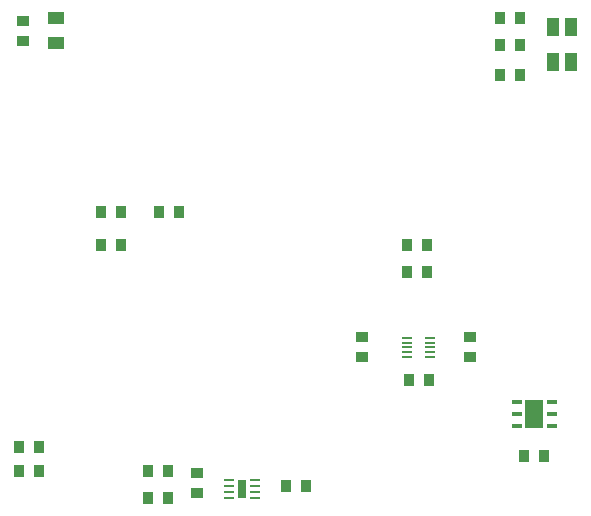
<source format=gtp>
G04*
G04 #@! TF.GenerationSoftware,Altium Limited,CircuitStudio,1.5.2 (30)*
G04*
G04 Layer_Color=7318015*
%FSLAX25Y25*%
%MOIN*%
G70*
G01*
G75*
%ADD10R,0.03543X0.03937*%
%ADD11R,0.02953X0.05906*%
%ADD12R,0.03543X0.00787*%
%ADD13R,0.05906X0.09449*%
%ADD14R,0.03543X0.01772*%
%ADD15R,0.03740X0.00787*%
%ADD16R,0.05315X0.03937*%
%ADD17R,0.03937X0.03543*%
%ADD18R,0.04331X0.05906*%
D10*
X167559Y188779D02*
D03*
X174252D02*
D03*
X167559Y180748D02*
D03*
X174252D02*
D03*
X335803Y185724D02*
D03*
X342496D02*
D03*
X297323Y210906D02*
D03*
X304016D02*
D03*
X214015Y267039D02*
D03*
X220708D02*
D03*
X256465Y175787D02*
D03*
X263158D02*
D03*
X210465Y171787D02*
D03*
X217158D02*
D03*
X210465Y180787D02*
D03*
X217158D02*
D03*
X194748Y255905D02*
D03*
X201441D02*
D03*
X194748Y267039D02*
D03*
X201441D02*
D03*
X303441Y247165D02*
D03*
X296748D02*
D03*
X303441Y255905D02*
D03*
X296748D02*
D03*
X334347Y331693D02*
D03*
X327654D02*
D03*
X334347Y322693D02*
D03*
X327654D02*
D03*
X334347Y312693D02*
D03*
X327654D02*
D03*
D11*
X241811Y174787D02*
D03*
D12*
X246102Y171835D02*
D03*
Y173803D02*
D03*
Y175772D02*
D03*
Y177740D02*
D03*
X237520Y171835D02*
D03*
Y173803D02*
D03*
Y175772D02*
D03*
Y177740D02*
D03*
D13*
X339150Y199724D02*
D03*
D14*
X345016Y195787D02*
D03*
Y199724D02*
D03*
Y203661D02*
D03*
X333283Y195787D02*
D03*
Y199724D02*
D03*
Y203661D02*
D03*
D15*
X304484Y218795D02*
D03*
Y220370D02*
D03*
Y221945D02*
D03*
Y223520D02*
D03*
Y225095D02*
D03*
X296886Y218795D02*
D03*
Y220370D02*
D03*
Y221945D02*
D03*
Y223520D02*
D03*
Y225095D02*
D03*
D16*
X179842Y323335D02*
D03*
Y331799D02*
D03*
D17*
X168842Y324024D02*
D03*
Y330716D02*
D03*
X317685Y225291D02*
D03*
Y218599D02*
D03*
X281685Y218599D02*
D03*
Y225291D02*
D03*
X226811Y180134D02*
D03*
Y173441D02*
D03*
D18*
X345472Y316929D02*
D03*
X351378D02*
D03*
Y328740D02*
D03*
X345472D02*
D03*
M02*

</source>
